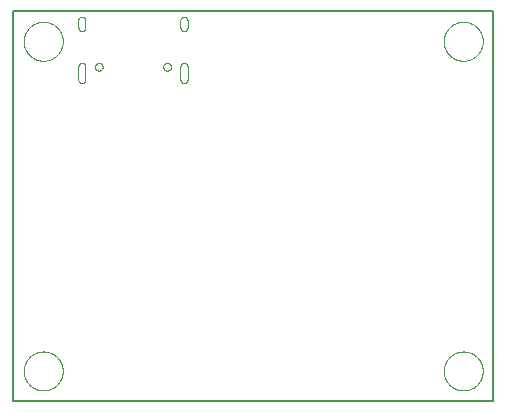
<source format=gko>
G75*
%MOIN*%
%OFA0B0*%
%FSLAX25Y25*%
%IPPOS*%
%LPD*%
%AMOC8*
5,1,8,0,0,1.08239X$1,22.5*
%
%ADD10C,0.00800*%
%ADD11C,0.00600*%
%ADD12C,0.00000*%
%ADD13C,0.00039*%
D10*
X0153333Y0075000D02*
X0153333Y0204900D01*
X0313333Y0204900D01*
D11*
X0313333Y0075000D02*
X0153333Y0075000D01*
X0313333Y0075000D02*
X0313333Y0204900D01*
D12*
X0296833Y0194900D02*
X0296835Y0195061D01*
X0296841Y0195221D01*
X0296851Y0195382D01*
X0296865Y0195542D01*
X0296883Y0195702D01*
X0296904Y0195861D01*
X0296930Y0196020D01*
X0296960Y0196178D01*
X0296993Y0196335D01*
X0297031Y0196492D01*
X0297072Y0196647D01*
X0297117Y0196801D01*
X0297166Y0196954D01*
X0297219Y0197106D01*
X0297275Y0197257D01*
X0297336Y0197406D01*
X0297399Y0197554D01*
X0297467Y0197700D01*
X0297538Y0197844D01*
X0297612Y0197986D01*
X0297690Y0198127D01*
X0297772Y0198265D01*
X0297857Y0198402D01*
X0297945Y0198536D01*
X0298037Y0198668D01*
X0298132Y0198798D01*
X0298230Y0198926D01*
X0298331Y0199051D01*
X0298435Y0199173D01*
X0298542Y0199293D01*
X0298652Y0199410D01*
X0298765Y0199525D01*
X0298881Y0199636D01*
X0299000Y0199745D01*
X0299121Y0199850D01*
X0299245Y0199953D01*
X0299371Y0200053D01*
X0299499Y0200149D01*
X0299630Y0200242D01*
X0299764Y0200332D01*
X0299899Y0200419D01*
X0300037Y0200502D01*
X0300176Y0200582D01*
X0300318Y0200658D01*
X0300461Y0200731D01*
X0300606Y0200800D01*
X0300753Y0200866D01*
X0300901Y0200928D01*
X0301051Y0200986D01*
X0301202Y0201041D01*
X0301355Y0201092D01*
X0301509Y0201139D01*
X0301664Y0201182D01*
X0301820Y0201221D01*
X0301976Y0201257D01*
X0302134Y0201288D01*
X0302292Y0201316D01*
X0302451Y0201340D01*
X0302611Y0201360D01*
X0302771Y0201376D01*
X0302931Y0201388D01*
X0303092Y0201396D01*
X0303253Y0201400D01*
X0303413Y0201400D01*
X0303574Y0201396D01*
X0303735Y0201388D01*
X0303895Y0201376D01*
X0304055Y0201360D01*
X0304215Y0201340D01*
X0304374Y0201316D01*
X0304532Y0201288D01*
X0304690Y0201257D01*
X0304846Y0201221D01*
X0305002Y0201182D01*
X0305157Y0201139D01*
X0305311Y0201092D01*
X0305464Y0201041D01*
X0305615Y0200986D01*
X0305765Y0200928D01*
X0305913Y0200866D01*
X0306060Y0200800D01*
X0306205Y0200731D01*
X0306348Y0200658D01*
X0306490Y0200582D01*
X0306629Y0200502D01*
X0306767Y0200419D01*
X0306902Y0200332D01*
X0307036Y0200242D01*
X0307167Y0200149D01*
X0307295Y0200053D01*
X0307421Y0199953D01*
X0307545Y0199850D01*
X0307666Y0199745D01*
X0307785Y0199636D01*
X0307901Y0199525D01*
X0308014Y0199410D01*
X0308124Y0199293D01*
X0308231Y0199173D01*
X0308335Y0199051D01*
X0308436Y0198926D01*
X0308534Y0198798D01*
X0308629Y0198668D01*
X0308721Y0198536D01*
X0308809Y0198402D01*
X0308894Y0198265D01*
X0308976Y0198127D01*
X0309054Y0197986D01*
X0309128Y0197844D01*
X0309199Y0197700D01*
X0309267Y0197554D01*
X0309330Y0197406D01*
X0309391Y0197257D01*
X0309447Y0197106D01*
X0309500Y0196954D01*
X0309549Y0196801D01*
X0309594Y0196647D01*
X0309635Y0196492D01*
X0309673Y0196335D01*
X0309706Y0196178D01*
X0309736Y0196020D01*
X0309762Y0195861D01*
X0309783Y0195702D01*
X0309801Y0195542D01*
X0309815Y0195382D01*
X0309825Y0195221D01*
X0309831Y0195061D01*
X0309833Y0194900D01*
X0309831Y0194739D01*
X0309825Y0194579D01*
X0309815Y0194418D01*
X0309801Y0194258D01*
X0309783Y0194098D01*
X0309762Y0193939D01*
X0309736Y0193780D01*
X0309706Y0193622D01*
X0309673Y0193465D01*
X0309635Y0193308D01*
X0309594Y0193153D01*
X0309549Y0192999D01*
X0309500Y0192846D01*
X0309447Y0192694D01*
X0309391Y0192543D01*
X0309330Y0192394D01*
X0309267Y0192246D01*
X0309199Y0192100D01*
X0309128Y0191956D01*
X0309054Y0191814D01*
X0308976Y0191673D01*
X0308894Y0191535D01*
X0308809Y0191398D01*
X0308721Y0191264D01*
X0308629Y0191132D01*
X0308534Y0191002D01*
X0308436Y0190874D01*
X0308335Y0190749D01*
X0308231Y0190627D01*
X0308124Y0190507D01*
X0308014Y0190390D01*
X0307901Y0190275D01*
X0307785Y0190164D01*
X0307666Y0190055D01*
X0307545Y0189950D01*
X0307421Y0189847D01*
X0307295Y0189747D01*
X0307167Y0189651D01*
X0307036Y0189558D01*
X0306902Y0189468D01*
X0306767Y0189381D01*
X0306629Y0189298D01*
X0306490Y0189218D01*
X0306348Y0189142D01*
X0306205Y0189069D01*
X0306060Y0189000D01*
X0305913Y0188934D01*
X0305765Y0188872D01*
X0305615Y0188814D01*
X0305464Y0188759D01*
X0305311Y0188708D01*
X0305157Y0188661D01*
X0305002Y0188618D01*
X0304846Y0188579D01*
X0304690Y0188543D01*
X0304532Y0188512D01*
X0304374Y0188484D01*
X0304215Y0188460D01*
X0304055Y0188440D01*
X0303895Y0188424D01*
X0303735Y0188412D01*
X0303574Y0188404D01*
X0303413Y0188400D01*
X0303253Y0188400D01*
X0303092Y0188404D01*
X0302931Y0188412D01*
X0302771Y0188424D01*
X0302611Y0188440D01*
X0302451Y0188460D01*
X0302292Y0188484D01*
X0302134Y0188512D01*
X0301976Y0188543D01*
X0301820Y0188579D01*
X0301664Y0188618D01*
X0301509Y0188661D01*
X0301355Y0188708D01*
X0301202Y0188759D01*
X0301051Y0188814D01*
X0300901Y0188872D01*
X0300753Y0188934D01*
X0300606Y0189000D01*
X0300461Y0189069D01*
X0300318Y0189142D01*
X0300176Y0189218D01*
X0300037Y0189298D01*
X0299899Y0189381D01*
X0299764Y0189468D01*
X0299630Y0189558D01*
X0299499Y0189651D01*
X0299371Y0189747D01*
X0299245Y0189847D01*
X0299121Y0189950D01*
X0299000Y0190055D01*
X0298881Y0190164D01*
X0298765Y0190275D01*
X0298652Y0190390D01*
X0298542Y0190507D01*
X0298435Y0190627D01*
X0298331Y0190749D01*
X0298230Y0190874D01*
X0298132Y0191002D01*
X0298037Y0191132D01*
X0297945Y0191264D01*
X0297857Y0191398D01*
X0297772Y0191535D01*
X0297690Y0191673D01*
X0297612Y0191814D01*
X0297538Y0191956D01*
X0297467Y0192100D01*
X0297399Y0192246D01*
X0297336Y0192394D01*
X0297275Y0192543D01*
X0297219Y0192694D01*
X0297166Y0192846D01*
X0297117Y0192999D01*
X0297072Y0193153D01*
X0297031Y0193308D01*
X0296993Y0193465D01*
X0296960Y0193622D01*
X0296930Y0193780D01*
X0296904Y0193939D01*
X0296883Y0194098D01*
X0296865Y0194258D01*
X0296851Y0194418D01*
X0296841Y0194579D01*
X0296835Y0194739D01*
X0296833Y0194900D01*
X0203331Y0186389D02*
X0203333Y0186460D01*
X0203339Y0186531D01*
X0203349Y0186602D01*
X0203363Y0186671D01*
X0203380Y0186740D01*
X0203402Y0186808D01*
X0203427Y0186875D01*
X0203456Y0186940D01*
X0203488Y0187003D01*
X0203524Y0187065D01*
X0203563Y0187124D01*
X0203606Y0187181D01*
X0203651Y0187236D01*
X0203700Y0187288D01*
X0203751Y0187337D01*
X0203805Y0187383D01*
X0203862Y0187427D01*
X0203920Y0187467D01*
X0203981Y0187503D01*
X0204044Y0187537D01*
X0204109Y0187566D01*
X0204175Y0187592D01*
X0204243Y0187615D01*
X0204311Y0187633D01*
X0204381Y0187648D01*
X0204451Y0187659D01*
X0204522Y0187666D01*
X0204593Y0187669D01*
X0204664Y0187668D01*
X0204735Y0187663D01*
X0204806Y0187654D01*
X0204876Y0187641D01*
X0204945Y0187625D01*
X0205013Y0187604D01*
X0205080Y0187580D01*
X0205146Y0187552D01*
X0205209Y0187520D01*
X0205271Y0187485D01*
X0205331Y0187447D01*
X0205389Y0187405D01*
X0205444Y0187361D01*
X0205497Y0187313D01*
X0205547Y0187262D01*
X0205594Y0187209D01*
X0205638Y0187153D01*
X0205679Y0187095D01*
X0205717Y0187034D01*
X0205751Y0186972D01*
X0205781Y0186907D01*
X0205808Y0186842D01*
X0205832Y0186774D01*
X0205851Y0186706D01*
X0205867Y0186637D01*
X0205879Y0186566D01*
X0205887Y0186496D01*
X0205891Y0186425D01*
X0205891Y0186353D01*
X0205887Y0186282D01*
X0205879Y0186212D01*
X0205867Y0186141D01*
X0205851Y0186072D01*
X0205832Y0186004D01*
X0205808Y0185936D01*
X0205781Y0185871D01*
X0205751Y0185806D01*
X0205717Y0185744D01*
X0205679Y0185683D01*
X0205638Y0185625D01*
X0205594Y0185569D01*
X0205547Y0185516D01*
X0205497Y0185465D01*
X0205444Y0185417D01*
X0205389Y0185373D01*
X0205331Y0185331D01*
X0205271Y0185293D01*
X0205209Y0185258D01*
X0205146Y0185226D01*
X0205080Y0185198D01*
X0205013Y0185174D01*
X0204945Y0185153D01*
X0204876Y0185137D01*
X0204806Y0185124D01*
X0204735Y0185115D01*
X0204664Y0185110D01*
X0204593Y0185109D01*
X0204522Y0185112D01*
X0204451Y0185119D01*
X0204381Y0185130D01*
X0204311Y0185145D01*
X0204243Y0185163D01*
X0204175Y0185186D01*
X0204109Y0185212D01*
X0204044Y0185241D01*
X0203981Y0185275D01*
X0203920Y0185311D01*
X0203862Y0185351D01*
X0203805Y0185395D01*
X0203751Y0185441D01*
X0203700Y0185490D01*
X0203651Y0185542D01*
X0203606Y0185597D01*
X0203563Y0185654D01*
X0203524Y0185713D01*
X0203488Y0185775D01*
X0203456Y0185838D01*
X0203427Y0185903D01*
X0203402Y0185970D01*
X0203380Y0186038D01*
X0203363Y0186107D01*
X0203349Y0186176D01*
X0203339Y0186247D01*
X0203333Y0186318D01*
X0203331Y0186389D01*
X0180575Y0186389D02*
X0180577Y0186460D01*
X0180583Y0186531D01*
X0180593Y0186602D01*
X0180607Y0186671D01*
X0180624Y0186740D01*
X0180646Y0186808D01*
X0180671Y0186875D01*
X0180700Y0186940D01*
X0180732Y0187003D01*
X0180768Y0187065D01*
X0180807Y0187124D01*
X0180850Y0187181D01*
X0180895Y0187236D01*
X0180944Y0187288D01*
X0180995Y0187337D01*
X0181049Y0187383D01*
X0181106Y0187427D01*
X0181164Y0187467D01*
X0181225Y0187503D01*
X0181288Y0187537D01*
X0181353Y0187566D01*
X0181419Y0187592D01*
X0181487Y0187615D01*
X0181555Y0187633D01*
X0181625Y0187648D01*
X0181695Y0187659D01*
X0181766Y0187666D01*
X0181837Y0187669D01*
X0181908Y0187668D01*
X0181979Y0187663D01*
X0182050Y0187654D01*
X0182120Y0187641D01*
X0182189Y0187625D01*
X0182257Y0187604D01*
X0182324Y0187580D01*
X0182390Y0187552D01*
X0182453Y0187520D01*
X0182515Y0187485D01*
X0182575Y0187447D01*
X0182633Y0187405D01*
X0182688Y0187361D01*
X0182741Y0187313D01*
X0182791Y0187262D01*
X0182838Y0187209D01*
X0182882Y0187153D01*
X0182923Y0187095D01*
X0182961Y0187034D01*
X0182995Y0186972D01*
X0183025Y0186907D01*
X0183052Y0186842D01*
X0183076Y0186774D01*
X0183095Y0186706D01*
X0183111Y0186637D01*
X0183123Y0186566D01*
X0183131Y0186496D01*
X0183135Y0186425D01*
X0183135Y0186353D01*
X0183131Y0186282D01*
X0183123Y0186212D01*
X0183111Y0186141D01*
X0183095Y0186072D01*
X0183076Y0186004D01*
X0183052Y0185936D01*
X0183025Y0185871D01*
X0182995Y0185806D01*
X0182961Y0185744D01*
X0182923Y0185683D01*
X0182882Y0185625D01*
X0182838Y0185569D01*
X0182791Y0185516D01*
X0182741Y0185465D01*
X0182688Y0185417D01*
X0182633Y0185373D01*
X0182575Y0185331D01*
X0182515Y0185293D01*
X0182453Y0185258D01*
X0182390Y0185226D01*
X0182324Y0185198D01*
X0182257Y0185174D01*
X0182189Y0185153D01*
X0182120Y0185137D01*
X0182050Y0185124D01*
X0181979Y0185115D01*
X0181908Y0185110D01*
X0181837Y0185109D01*
X0181766Y0185112D01*
X0181695Y0185119D01*
X0181625Y0185130D01*
X0181555Y0185145D01*
X0181487Y0185163D01*
X0181419Y0185186D01*
X0181353Y0185212D01*
X0181288Y0185241D01*
X0181225Y0185275D01*
X0181164Y0185311D01*
X0181106Y0185351D01*
X0181049Y0185395D01*
X0180995Y0185441D01*
X0180944Y0185490D01*
X0180895Y0185542D01*
X0180850Y0185597D01*
X0180807Y0185654D01*
X0180768Y0185713D01*
X0180732Y0185775D01*
X0180700Y0185838D01*
X0180671Y0185903D01*
X0180646Y0185970D01*
X0180624Y0186038D01*
X0180607Y0186107D01*
X0180593Y0186176D01*
X0180583Y0186247D01*
X0180577Y0186318D01*
X0180575Y0186389D01*
X0156833Y0194900D02*
X0156835Y0195061D01*
X0156841Y0195221D01*
X0156851Y0195382D01*
X0156865Y0195542D01*
X0156883Y0195702D01*
X0156904Y0195861D01*
X0156930Y0196020D01*
X0156960Y0196178D01*
X0156993Y0196335D01*
X0157031Y0196492D01*
X0157072Y0196647D01*
X0157117Y0196801D01*
X0157166Y0196954D01*
X0157219Y0197106D01*
X0157275Y0197257D01*
X0157336Y0197406D01*
X0157399Y0197554D01*
X0157467Y0197700D01*
X0157538Y0197844D01*
X0157612Y0197986D01*
X0157690Y0198127D01*
X0157772Y0198265D01*
X0157857Y0198402D01*
X0157945Y0198536D01*
X0158037Y0198668D01*
X0158132Y0198798D01*
X0158230Y0198926D01*
X0158331Y0199051D01*
X0158435Y0199173D01*
X0158542Y0199293D01*
X0158652Y0199410D01*
X0158765Y0199525D01*
X0158881Y0199636D01*
X0159000Y0199745D01*
X0159121Y0199850D01*
X0159245Y0199953D01*
X0159371Y0200053D01*
X0159499Y0200149D01*
X0159630Y0200242D01*
X0159764Y0200332D01*
X0159899Y0200419D01*
X0160037Y0200502D01*
X0160176Y0200582D01*
X0160318Y0200658D01*
X0160461Y0200731D01*
X0160606Y0200800D01*
X0160753Y0200866D01*
X0160901Y0200928D01*
X0161051Y0200986D01*
X0161202Y0201041D01*
X0161355Y0201092D01*
X0161509Y0201139D01*
X0161664Y0201182D01*
X0161820Y0201221D01*
X0161976Y0201257D01*
X0162134Y0201288D01*
X0162292Y0201316D01*
X0162451Y0201340D01*
X0162611Y0201360D01*
X0162771Y0201376D01*
X0162931Y0201388D01*
X0163092Y0201396D01*
X0163253Y0201400D01*
X0163413Y0201400D01*
X0163574Y0201396D01*
X0163735Y0201388D01*
X0163895Y0201376D01*
X0164055Y0201360D01*
X0164215Y0201340D01*
X0164374Y0201316D01*
X0164532Y0201288D01*
X0164690Y0201257D01*
X0164846Y0201221D01*
X0165002Y0201182D01*
X0165157Y0201139D01*
X0165311Y0201092D01*
X0165464Y0201041D01*
X0165615Y0200986D01*
X0165765Y0200928D01*
X0165913Y0200866D01*
X0166060Y0200800D01*
X0166205Y0200731D01*
X0166348Y0200658D01*
X0166490Y0200582D01*
X0166629Y0200502D01*
X0166767Y0200419D01*
X0166902Y0200332D01*
X0167036Y0200242D01*
X0167167Y0200149D01*
X0167295Y0200053D01*
X0167421Y0199953D01*
X0167545Y0199850D01*
X0167666Y0199745D01*
X0167785Y0199636D01*
X0167901Y0199525D01*
X0168014Y0199410D01*
X0168124Y0199293D01*
X0168231Y0199173D01*
X0168335Y0199051D01*
X0168436Y0198926D01*
X0168534Y0198798D01*
X0168629Y0198668D01*
X0168721Y0198536D01*
X0168809Y0198402D01*
X0168894Y0198265D01*
X0168976Y0198127D01*
X0169054Y0197986D01*
X0169128Y0197844D01*
X0169199Y0197700D01*
X0169267Y0197554D01*
X0169330Y0197406D01*
X0169391Y0197257D01*
X0169447Y0197106D01*
X0169500Y0196954D01*
X0169549Y0196801D01*
X0169594Y0196647D01*
X0169635Y0196492D01*
X0169673Y0196335D01*
X0169706Y0196178D01*
X0169736Y0196020D01*
X0169762Y0195861D01*
X0169783Y0195702D01*
X0169801Y0195542D01*
X0169815Y0195382D01*
X0169825Y0195221D01*
X0169831Y0195061D01*
X0169833Y0194900D01*
X0169831Y0194739D01*
X0169825Y0194579D01*
X0169815Y0194418D01*
X0169801Y0194258D01*
X0169783Y0194098D01*
X0169762Y0193939D01*
X0169736Y0193780D01*
X0169706Y0193622D01*
X0169673Y0193465D01*
X0169635Y0193308D01*
X0169594Y0193153D01*
X0169549Y0192999D01*
X0169500Y0192846D01*
X0169447Y0192694D01*
X0169391Y0192543D01*
X0169330Y0192394D01*
X0169267Y0192246D01*
X0169199Y0192100D01*
X0169128Y0191956D01*
X0169054Y0191814D01*
X0168976Y0191673D01*
X0168894Y0191535D01*
X0168809Y0191398D01*
X0168721Y0191264D01*
X0168629Y0191132D01*
X0168534Y0191002D01*
X0168436Y0190874D01*
X0168335Y0190749D01*
X0168231Y0190627D01*
X0168124Y0190507D01*
X0168014Y0190390D01*
X0167901Y0190275D01*
X0167785Y0190164D01*
X0167666Y0190055D01*
X0167545Y0189950D01*
X0167421Y0189847D01*
X0167295Y0189747D01*
X0167167Y0189651D01*
X0167036Y0189558D01*
X0166902Y0189468D01*
X0166767Y0189381D01*
X0166629Y0189298D01*
X0166490Y0189218D01*
X0166348Y0189142D01*
X0166205Y0189069D01*
X0166060Y0189000D01*
X0165913Y0188934D01*
X0165765Y0188872D01*
X0165615Y0188814D01*
X0165464Y0188759D01*
X0165311Y0188708D01*
X0165157Y0188661D01*
X0165002Y0188618D01*
X0164846Y0188579D01*
X0164690Y0188543D01*
X0164532Y0188512D01*
X0164374Y0188484D01*
X0164215Y0188460D01*
X0164055Y0188440D01*
X0163895Y0188424D01*
X0163735Y0188412D01*
X0163574Y0188404D01*
X0163413Y0188400D01*
X0163253Y0188400D01*
X0163092Y0188404D01*
X0162931Y0188412D01*
X0162771Y0188424D01*
X0162611Y0188440D01*
X0162451Y0188460D01*
X0162292Y0188484D01*
X0162134Y0188512D01*
X0161976Y0188543D01*
X0161820Y0188579D01*
X0161664Y0188618D01*
X0161509Y0188661D01*
X0161355Y0188708D01*
X0161202Y0188759D01*
X0161051Y0188814D01*
X0160901Y0188872D01*
X0160753Y0188934D01*
X0160606Y0189000D01*
X0160461Y0189069D01*
X0160318Y0189142D01*
X0160176Y0189218D01*
X0160037Y0189298D01*
X0159899Y0189381D01*
X0159764Y0189468D01*
X0159630Y0189558D01*
X0159499Y0189651D01*
X0159371Y0189747D01*
X0159245Y0189847D01*
X0159121Y0189950D01*
X0159000Y0190055D01*
X0158881Y0190164D01*
X0158765Y0190275D01*
X0158652Y0190390D01*
X0158542Y0190507D01*
X0158435Y0190627D01*
X0158331Y0190749D01*
X0158230Y0190874D01*
X0158132Y0191002D01*
X0158037Y0191132D01*
X0157945Y0191264D01*
X0157857Y0191398D01*
X0157772Y0191535D01*
X0157690Y0191673D01*
X0157612Y0191814D01*
X0157538Y0191956D01*
X0157467Y0192100D01*
X0157399Y0192246D01*
X0157336Y0192394D01*
X0157275Y0192543D01*
X0157219Y0192694D01*
X0157166Y0192846D01*
X0157117Y0192999D01*
X0157072Y0193153D01*
X0157031Y0193308D01*
X0156993Y0193465D01*
X0156960Y0193622D01*
X0156930Y0193780D01*
X0156904Y0193939D01*
X0156883Y0194098D01*
X0156865Y0194258D01*
X0156851Y0194418D01*
X0156841Y0194579D01*
X0156835Y0194739D01*
X0156833Y0194900D01*
X0156833Y0085000D02*
X0156835Y0085161D01*
X0156841Y0085321D01*
X0156851Y0085482D01*
X0156865Y0085642D01*
X0156883Y0085802D01*
X0156904Y0085961D01*
X0156930Y0086120D01*
X0156960Y0086278D01*
X0156993Y0086435D01*
X0157031Y0086592D01*
X0157072Y0086747D01*
X0157117Y0086901D01*
X0157166Y0087054D01*
X0157219Y0087206D01*
X0157275Y0087357D01*
X0157336Y0087506D01*
X0157399Y0087654D01*
X0157467Y0087800D01*
X0157538Y0087944D01*
X0157612Y0088086D01*
X0157690Y0088227D01*
X0157772Y0088365D01*
X0157857Y0088502D01*
X0157945Y0088636D01*
X0158037Y0088768D01*
X0158132Y0088898D01*
X0158230Y0089026D01*
X0158331Y0089151D01*
X0158435Y0089273D01*
X0158542Y0089393D01*
X0158652Y0089510D01*
X0158765Y0089625D01*
X0158881Y0089736D01*
X0159000Y0089845D01*
X0159121Y0089950D01*
X0159245Y0090053D01*
X0159371Y0090153D01*
X0159499Y0090249D01*
X0159630Y0090342D01*
X0159764Y0090432D01*
X0159899Y0090519D01*
X0160037Y0090602D01*
X0160176Y0090682D01*
X0160318Y0090758D01*
X0160461Y0090831D01*
X0160606Y0090900D01*
X0160753Y0090966D01*
X0160901Y0091028D01*
X0161051Y0091086D01*
X0161202Y0091141D01*
X0161355Y0091192D01*
X0161509Y0091239D01*
X0161664Y0091282D01*
X0161820Y0091321D01*
X0161976Y0091357D01*
X0162134Y0091388D01*
X0162292Y0091416D01*
X0162451Y0091440D01*
X0162611Y0091460D01*
X0162771Y0091476D01*
X0162931Y0091488D01*
X0163092Y0091496D01*
X0163253Y0091500D01*
X0163413Y0091500D01*
X0163574Y0091496D01*
X0163735Y0091488D01*
X0163895Y0091476D01*
X0164055Y0091460D01*
X0164215Y0091440D01*
X0164374Y0091416D01*
X0164532Y0091388D01*
X0164690Y0091357D01*
X0164846Y0091321D01*
X0165002Y0091282D01*
X0165157Y0091239D01*
X0165311Y0091192D01*
X0165464Y0091141D01*
X0165615Y0091086D01*
X0165765Y0091028D01*
X0165913Y0090966D01*
X0166060Y0090900D01*
X0166205Y0090831D01*
X0166348Y0090758D01*
X0166490Y0090682D01*
X0166629Y0090602D01*
X0166767Y0090519D01*
X0166902Y0090432D01*
X0167036Y0090342D01*
X0167167Y0090249D01*
X0167295Y0090153D01*
X0167421Y0090053D01*
X0167545Y0089950D01*
X0167666Y0089845D01*
X0167785Y0089736D01*
X0167901Y0089625D01*
X0168014Y0089510D01*
X0168124Y0089393D01*
X0168231Y0089273D01*
X0168335Y0089151D01*
X0168436Y0089026D01*
X0168534Y0088898D01*
X0168629Y0088768D01*
X0168721Y0088636D01*
X0168809Y0088502D01*
X0168894Y0088365D01*
X0168976Y0088227D01*
X0169054Y0088086D01*
X0169128Y0087944D01*
X0169199Y0087800D01*
X0169267Y0087654D01*
X0169330Y0087506D01*
X0169391Y0087357D01*
X0169447Y0087206D01*
X0169500Y0087054D01*
X0169549Y0086901D01*
X0169594Y0086747D01*
X0169635Y0086592D01*
X0169673Y0086435D01*
X0169706Y0086278D01*
X0169736Y0086120D01*
X0169762Y0085961D01*
X0169783Y0085802D01*
X0169801Y0085642D01*
X0169815Y0085482D01*
X0169825Y0085321D01*
X0169831Y0085161D01*
X0169833Y0085000D01*
X0169831Y0084839D01*
X0169825Y0084679D01*
X0169815Y0084518D01*
X0169801Y0084358D01*
X0169783Y0084198D01*
X0169762Y0084039D01*
X0169736Y0083880D01*
X0169706Y0083722D01*
X0169673Y0083565D01*
X0169635Y0083408D01*
X0169594Y0083253D01*
X0169549Y0083099D01*
X0169500Y0082946D01*
X0169447Y0082794D01*
X0169391Y0082643D01*
X0169330Y0082494D01*
X0169267Y0082346D01*
X0169199Y0082200D01*
X0169128Y0082056D01*
X0169054Y0081914D01*
X0168976Y0081773D01*
X0168894Y0081635D01*
X0168809Y0081498D01*
X0168721Y0081364D01*
X0168629Y0081232D01*
X0168534Y0081102D01*
X0168436Y0080974D01*
X0168335Y0080849D01*
X0168231Y0080727D01*
X0168124Y0080607D01*
X0168014Y0080490D01*
X0167901Y0080375D01*
X0167785Y0080264D01*
X0167666Y0080155D01*
X0167545Y0080050D01*
X0167421Y0079947D01*
X0167295Y0079847D01*
X0167167Y0079751D01*
X0167036Y0079658D01*
X0166902Y0079568D01*
X0166767Y0079481D01*
X0166629Y0079398D01*
X0166490Y0079318D01*
X0166348Y0079242D01*
X0166205Y0079169D01*
X0166060Y0079100D01*
X0165913Y0079034D01*
X0165765Y0078972D01*
X0165615Y0078914D01*
X0165464Y0078859D01*
X0165311Y0078808D01*
X0165157Y0078761D01*
X0165002Y0078718D01*
X0164846Y0078679D01*
X0164690Y0078643D01*
X0164532Y0078612D01*
X0164374Y0078584D01*
X0164215Y0078560D01*
X0164055Y0078540D01*
X0163895Y0078524D01*
X0163735Y0078512D01*
X0163574Y0078504D01*
X0163413Y0078500D01*
X0163253Y0078500D01*
X0163092Y0078504D01*
X0162931Y0078512D01*
X0162771Y0078524D01*
X0162611Y0078540D01*
X0162451Y0078560D01*
X0162292Y0078584D01*
X0162134Y0078612D01*
X0161976Y0078643D01*
X0161820Y0078679D01*
X0161664Y0078718D01*
X0161509Y0078761D01*
X0161355Y0078808D01*
X0161202Y0078859D01*
X0161051Y0078914D01*
X0160901Y0078972D01*
X0160753Y0079034D01*
X0160606Y0079100D01*
X0160461Y0079169D01*
X0160318Y0079242D01*
X0160176Y0079318D01*
X0160037Y0079398D01*
X0159899Y0079481D01*
X0159764Y0079568D01*
X0159630Y0079658D01*
X0159499Y0079751D01*
X0159371Y0079847D01*
X0159245Y0079947D01*
X0159121Y0080050D01*
X0159000Y0080155D01*
X0158881Y0080264D01*
X0158765Y0080375D01*
X0158652Y0080490D01*
X0158542Y0080607D01*
X0158435Y0080727D01*
X0158331Y0080849D01*
X0158230Y0080974D01*
X0158132Y0081102D01*
X0158037Y0081232D01*
X0157945Y0081364D01*
X0157857Y0081498D01*
X0157772Y0081635D01*
X0157690Y0081773D01*
X0157612Y0081914D01*
X0157538Y0082056D01*
X0157467Y0082200D01*
X0157399Y0082346D01*
X0157336Y0082494D01*
X0157275Y0082643D01*
X0157219Y0082794D01*
X0157166Y0082946D01*
X0157117Y0083099D01*
X0157072Y0083253D01*
X0157031Y0083408D01*
X0156993Y0083565D01*
X0156960Y0083722D01*
X0156930Y0083880D01*
X0156904Y0084039D01*
X0156883Y0084198D01*
X0156865Y0084358D01*
X0156851Y0084518D01*
X0156841Y0084679D01*
X0156835Y0084839D01*
X0156833Y0085000D01*
X0296833Y0085000D02*
X0296835Y0085161D01*
X0296841Y0085321D01*
X0296851Y0085482D01*
X0296865Y0085642D01*
X0296883Y0085802D01*
X0296904Y0085961D01*
X0296930Y0086120D01*
X0296960Y0086278D01*
X0296993Y0086435D01*
X0297031Y0086592D01*
X0297072Y0086747D01*
X0297117Y0086901D01*
X0297166Y0087054D01*
X0297219Y0087206D01*
X0297275Y0087357D01*
X0297336Y0087506D01*
X0297399Y0087654D01*
X0297467Y0087800D01*
X0297538Y0087944D01*
X0297612Y0088086D01*
X0297690Y0088227D01*
X0297772Y0088365D01*
X0297857Y0088502D01*
X0297945Y0088636D01*
X0298037Y0088768D01*
X0298132Y0088898D01*
X0298230Y0089026D01*
X0298331Y0089151D01*
X0298435Y0089273D01*
X0298542Y0089393D01*
X0298652Y0089510D01*
X0298765Y0089625D01*
X0298881Y0089736D01*
X0299000Y0089845D01*
X0299121Y0089950D01*
X0299245Y0090053D01*
X0299371Y0090153D01*
X0299499Y0090249D01*
X0299630Y0090342D01*
X0299764Y0090432D01*
X0299899Y0090519D01*
X0300037Y0090602D01*
X0300176Y0090682D01*
X0300318Y0090758D01*
X0300461Y0090831D01*
X0300606Y0090900D01*
X0300753Y0090966D01*
X0300901Y0091028D01*
X0301051Y0091086D01*
X0301202Y0091141D01*
X0301355Y0091192D01*
X0301509Y0091239D01*
X0301664Y0091282D01*
X0301820Y0091321D01*
X0301976Y0091357D01*
X0302134Y0091388D01*
X0302292Y0091416D01*
X0302451Y0091440D01*
X0302611Y0091460D01*
X0302771Y0091476D01*
X0302931Y0091488D01*
X0303092Y0091496D01*
X0303253Y0091500D01*
X0303413Y0091500D01*
X0303574Y0091496D01*
X0303735Y0091488D01*
X0303895Y0091476D01*
X0304055Y0091460D01*
X0304215Y0091440D01*
X0304374Y0091416D01*
X0304532Y0091388D01*
X0304690Y0091357D01*
X0304846Y0091321D01*
X0305002Y0091282D01*
X0305157Y0091239D01*
X0305311Y0091192D01*
X0305464Y0091141D01*
X0305615Y0091086D01*
X0305765Y0091028D01*
X0305913Y0090966D01*
X0306060Y0090900D01*
X0306205Y0090831D01*
X0306348Y0090758D01*
X0306490Y0090682D01*
X0306629Y0090602D01*
X0306767Y0090519D01*
X0306902Y0090432D01*
X0307036Y0090342D01*
X0307167Y0090249D01*
X0307295Y0090153D01*
X0307421Y0090053D01*
X0307545Y0089950D01*
X0307666Y0089845D01*
X0307785Y0089736D01*
X0307901Y0089625D01*
X0308014Y0089510D01*
X0308124Y0089393D01*
X0308231Y0089273D01*
X0308335Y0089151D01*
X0308436Y0089026D01*
X0308534Y0088898D01*
X0308629Y0088768D01*
X0308721Y0088636D01*
X0308809Y0088502D01*
X0308894Y0088365D01*
X0308976Y0088227D01*
X0309054Y0088086D01*
X0309128Y0087944D01*
X0309199Y0087800D01*
X0309267Y0087654D01*
X0309330Y0087506D01*
X0309391Y0087357D01*
X0309447Y0087206D01*
X0309500Y0087054D01*
X0309549Y0086901D01*
X0309594Y0086747D01*
X0309635Y0086592D01*
X0309673Y0086435D01*
X0309706Y0086278D01*
X0309736Y0086120D01*
X0309762Y0085961D01*
X0309783Y0085802D01*
X0309801Y0085642D01*
X0309815Y0085482D01*
X0309825Y0085321D01*
X0309831Y0085161D01*
X0309833Y0085000D01*
X0309831Y0084839D01*
X0309825Y0084679D01*
X0309815Y0084518D01*
X0309801Y0084358D01*
X0309783Y0084198D01*
X0309762Y0084039D01*
X0309736Y0083880D01*
X0309706Y0083722D01*
X0309673Y0083565D01*
X0309635Y0083408D01*
X0309594Y0083253D01*
X0309549Y0083099D01*
X0309500Y0082946D01*
X0309447Y0082794D01*
X0309391Y0082643D01*
X0309330Y0082494D01*
X0309267Y0082346D01*
X0309199Y0082200D01*
X0309128Y0082056D01*
X0309054Y0081914D01*
X0308976Y0081773D01*
X0308894Y0081635D01*
X0308809Y0081498D01*
X0308721Y0081364D01*
X0308629Y0081232D01*
X0308534Y0081102D01*
X0308436Y0080974D01*
X0308335Y0080849D01*
X0308231Y0080727D01*
X0308124Y0080607D01*
X0308014Y0080490D01*
X0307901Y0080375D01*
X0307785Y0080264D01*
X0307666Y0080155D01*
X0307545Y0080050D01*
X0307421Y0079947D01*
X0307295Y0079847D01*
X0307167Y0079751D01*
X0307036Y0079658D01*
X0306902Y0079568D01*
X0306767Y0079481D01*
X0306629Y0079398D01*
X0306490Y0079318D01*
X0306348Y0079242D01*
X0306205Y0079169D01*
X0306060Y0079100D01*
X0305913Y0079034D01*
X0305765Y0078972D01*
X0305615Y0078914D01*
X0305464Y0078859D01*
X0305311Y0078808D01*
X0305157Y0078761D01*
X0305002Y0078718D01*
X0304846Y0078679D01*
X0304690Y0078643D01*
X0304532Y0078612D01*
X0304374Y0078584D01*
X0304215Y0078560D01*
X0304055Y0078540D01*
X0303895Y0078524D01*
X0303735Y0078512D01*
X0303574Y0078504D01*
X0303413Y0078500D01*
X0303253Y0078500D01*
X0303092Y0078504D01*
X0302931Y0078512D01*
X0302771Y0078524D01*
X0302611Y0078540D01*
X0302451Y0078560D01*
X0302292Y0078584D01*
X0302134Y0078612D01*
X0301976Y0078643D01*
X0301820Y0078679D01*
X0301664Y0078718D01*
X0301509Y0078761D01*
X0301355Y0078808D01*
X0301202Y0078859D01*
X0301051Y0078914D01*
X0300901Y0078972D01*
X0300753Y0079034D01*
X0300606Y0079100D01*
X0300461Y0079169D01*
X0300318Y0079242D01*
X0300176Y0079318D01*
X0300037Y0079398D01*
X0299899Y0079481D01*
X0299764Y0079568D01*
X0299630Y0079658D01*
X0299499Y0079751D01*
X0299371Y0079847D01*
X0299245Y0079947D01*
X0299121Y0080050D01*
X0299000Y0080155D01*
X0298881Y0080264D01*
X0298765Y0080375D01*
X0298652Y0080490D01*
X0298542Y0080607D01*
X0298435Y0080727D01*
X0298331Y0080849D01*
X0298230Y0080974D01*
X0298132Y0081102D01*
X0298037Y0081232D01*
X0297945Y0081364D01*
X0297857Y0081498D01*
X0297772Y0081635D01*
X0297690Y0081773D01*
X0297612Y0081914D01*
X0297538Y0082056D01*
X0297467Y0082200D01*
X0297399Y0082346D01*
X0297336Y0082494D01*
X0297275Y0082643D01*
X0297219Y0082794D01*
X0297166Y0082946D01*
X0297117Y0083099D01*
X0297072Y0083253D01*
X0297031Y0083408D01*
X0296993Y0083565D01*
X0296960Y0083722D01*
X0296930Y0083880D01*
X0296904Y0084039D01*
X0296883Y0084198D01*
X0296865Y0084358D01*
X0296851Y0084518D01*
X0296841Y0084679D01*
X0296835Y0084839D01*
X0296833Y0085000D01*
D13*
X0211422Y0182137D02*
X0211422Y0186468D01*
X0211420Y0186535D01*
X0211414Y0186603D01*
X0211405Y0186669D01*
X0211391Y0186735D01*
X0211374Y0186801D01*
X0211353Y0186865D01*
X0211329Y0186928D01*
X0211301Y0186989D01*
X0211269Y0187049D01*
X0211235Y0187106D01*
X0211196Y0187162D01*
X0211155Y0187216D01*
X0211111Y0187267D01*
X0211064Y0187315D01*
X0211014Y0187361D01*
X0210962Y0187403D01*
X0210908Y0187443D01*
X0210851Y0187479D01*
X0210792Y0187513D01*
X0210732Y0187542D01*
X0210669Y0187569D01*
X0210606Y0187591D01*
X0210541Y0187610D01*
X0210476Y0187625D01*
X0210409Y0187637D01*
X0210342Y0187645D01*
X0210275Y0187649D01*
X0210207Y0187649D01*
X0210140Y0187645D01*
X0210073Y0187637D01*
X0210006Y0187625D01*
X0209941Y0187610D01*
X0209876Y0187591D01*
X0209813Y0187569D01*
X0209750Y0187542D01*
X0209690Y0187513D01*
X0209631Y0187479D01*
X0209574Y0187443D01*
X0209520Y0187403D01*
X0209468Y0187361D01*
X0209418Y0187315D01*
X0209371Y0187267D01*
X0209327Y0187216D01*
X0209286Y0187162D01*
X0209247Y0187106D01*
X0209213Y0187049D01*
X0209181Y0186989D01*
X0209153Y0186928D01*
X0209129Y0186865D01*
X0209108Y0186801D01*
X0209091Y0186735D01*
X0209077Y0186669D01*
X0209068Y0186603D01*
X0209062Y0186535D01*
X0209060Y0186468D01*
X0209060Y0182137D01*
X0209062Y0182070D01*
X0209068Y0182002D01*
X0209077Y0181936D01*
X0209091Y0181870D01*
X0209108Y0181804D01*
X0209129Y0181740D01*
X0209153Y0181677D01*
X0209181Y0181616D01*
X0209213Y0181556D01*
X0209247Y0181499D01*
X0209286Y0181443D01*
X0209327Y0181389D01*
X0209371Y0181338D01*
X0209418Y0181290D01*
X0209468Y0181244D01*
X0209520Y0181202D01*
X0209574Y0181162D01*
X0209631Y0181126D01*
X0209690Y0181092D01*
X0209750Y0181063D01*
X0209813Y0181036D01*
X0209876Y0181014D01*
X0209941Y0180995D01*
X0210006Y0180980D01*
X0210073Y0180968D01*
X0210140Y0180960D01*
X0210207Y0180956D01*
X0210275Y0180956D01*
X0210342Y0180960D01*
X0210409Y0180968D01*
X0210476Y0180980D01*
X0210541Y0180995D01*
X0210606Y0181014D01*
X0210669Y0181036D01*
X0210732Y0181063D01*
X0210792Y0181092D01*
X0210851Y0181126D01*
X0210908Y0181162D01*
X0210962Y0181202D01*
X0211014Y0181244D01*
X0211064Y0181290D01*
X0211111Y0181338D01*
X0211155Y0181389D01*
X0211196Y0181443D01*
X0211235Y0181499D01*
X0211269Y0181556D01*
X0211301Y0181616D01*
X0211329Y0181677D01*
X0211353Y0181740D01*
X0211374Y0181804D01*
X0211391Y0181870D01*
X0211405Y0181936D01*
X0211414Y0182002D01*
X0211420Y0182070D01*
X0211422Y0182137D01*
X0211422Y0199519D02*
X0211422Y0201960D01*
X0211420Y0202027D01*
X0211414Y0202095D01*
X0211405Y0202161D01*
X0211391Y0202227D01*
X0211374Y0202293D01*
X0211353Y0202357D01*
X0211329Y0202420D01*
X0211301Y0202481D01*
X0211269Y0202541D01*
X0211235Y0202598D01*
X0211196Y0202654D01*
X0211155Y0202708D01*
X0211111Y0202759D01*
X0211064Y0202807D01*
X0211014Y0202853D01*
X0210962Y0202895D01*
X0210908Y0202935D01*
X0210851Y0202971D01*
X0210792Y0203005D01*
X0210732Y0203034D01*
X0210669Y0203061D01*
X0210606Y0203083D01*
X0210541Y0203102D01*
X0210476Y0203117D01*
X0210409Y0203129D01*
X0210342Y0203137D01*
X0210275Y0203141D01*
X0210207Y0203141D01*
X0210140Y0203137D01*
X0210073Y0203129D01*
X0210006Y0203117D01*
X0209941Y0203102D01*
X0209876Y0203083D01*
X0209813Y0203061D01*
X0209750Y0203034D01*
X0209690Y0203005D01*
X0209631Y0202971D01*
X0209574Y0202935D01*
X0209520Y0202895D01*
X0209468Y0202853D01*
X0209418Y0202807D01*
X0209371Y0202759D01*
X0209327Y0202708D01*
X0209286Y0202654D01*
X0209247Y0202598D01*
X0209213Y0202541D01*
X0209181Y0202481D01*
X0209153Y0202420D01*
X0209129Y0202357D01*
X0209108Y0202293D01*
X0209091Y0202227D01*
X0209077Y0202161D01*
X0209068Y0202095D01*
X0209062Y0202027D01*
X0209060Y0201960D01*
X0209060Y0199519D01*
X0209062Y0199452D01*
X0209068Y0199384D01*
X0209077Y0199318D01*
X0209091Y0199252D01*
X0209108Y0199186D01*
X0209129Y0199122D01*
X0209153Y0199059D01*
X0209181Y0198998D01*
X0209213Y0198938D01*
X0209247Y0198881D01*
X0209286Y0198825D01*
X0209327Y0198771D01*
X0209371Y0198720D01*
X0209418Y0198672D01*
X0209468Y0198626D01*
X0209520Y0198584D01*
X0209574Y0198544D01*
X0209631Y0198508D01*
X0209690Y0198474D01*
X0209750Y0198445D01*
X0209813Y0198418D01*
X0209876Y0198396D01*
X0209941Y0198377D01*
X0210006Y0198362D01*
X0210073Y0198350D01*
X0210140Y0198342D01*
X0210207Y0198338D01*
X0210275Y0198338D01*
X0210342Y0198342D01*
X0210409Y0198350D01*
X0210476Y0198362D01*
X0210541Y0198377D01*
X0210606Y0198396D01*
X0210669Y0198418D01*
X0210732Y0198445D01*
X0210792Y0198474D01*
X0210851Y0198508D01*
X0210908Y0198544D01*
X0210962Y0198584D01*
X0211014Y0198626D01*
X0211064Y0198672D01*
X0211111Y0198720D01*
X0211155Y0198771D01*
X0211196Y0198825D01*
X0211235Y0198881D01*
X0211269Y0198938D01*
X0211301Y0198998D01*
X0211329Y0199059D01*
X0211353Y0199122D01*
X0211374Y0199186D01*
X0211391Y0199252D01*
X0211405Y0199318D01*
X0211414Y0199384D01*
X0211420Y0199452D01*
X0211422Y0199519D01*
X0177407Y0199519D02*
X0177407Y0201960D01*
X0177406Y0201960D02*
X0177404Y0202027D01*
X0177398Y0202095D01*
X0177389Y0202161D01*
X0177375Y0202227D01*
X0177358Y0202293D01*
X0177337Y0202357D01*
X0177313Y0202420D01*
X0177285Y0202481D01*
X0177253Y0202541D01*
X0177219Y0202598D01*
X0177180Y0202654D01*
X0177139Y0202708D01*
X0177095Y0202759D01*
X0177048Y0202807D01*
X0176998Y0202853D01*
X0176946Y0202895D01*
X0176892Y0202935D01*
X0176835Y0202971D01*
X0176776Y0203005D01*
X0176716Y0203034D01*
X0176653Y0203061D01*
X0176590Y0203083D01*
X0176525Y0203102D01*
X0176460Y0203117D01*
X0176393Y0203129D01*
X0176326Y0203137D01*
X0176259Y0203141D01*
X0176191Y0203141D01*
X0176124Y0203137D01*
X0176057Y0203129D01*
X0175990Y0203117D01*
X0175925Y0203102D01*
X0175860Y0203083D01*
X0175797Y0203061D01*
X0175734Y0203034D01*
X0175674Y0203005D01*
X0175615Y0202971D01*
X0175558Y0202935D01*
X0175504Y0202895D01*
X0175452Y0202853D01*
X0175402Y0202807D01*
X0175355Y0202759D01*
X0175311Y0202708D01*
X0175270Y0202654D01*
X0175231Y0202598D01*
X0175197Y0202541D01*
X0175165Y0202481D01*
X0175137Y0202420D01*
X0175113Y0202357D01*
X0175092Y0202293D01*
X0175075Y0202227D01*
X0175061Y0202161D01*
X0175052Y0202095D01*
X0175046Y0202027D01*
X0175044Y0201960D01*
X0175044Y0199519D01*
X0175046Y0199452D01*
X0175052Y0199384D01*
X0175061Y0199318D01*
X0175075Y0199252D01*
X0175092Y0199186D01*
X0175113Y0199122D01*
X0175137Y0199059D01*
X0175165Y0198998D01*
X0175197Y0198938D01*
X0175231Y0198881D01*
X0175270Y0198825D01*
X0175311Y0198771D01*
X0175355Y0198720D01*
X0175402Y0198672D01*
X0175452Y0198626D01*
X0175504Y0198584D01*
X0175558Y0198544D01*
X0175615Y0198508D01*
X0175674Y0198474D01*
X0175734Y0198445D01*
X0175797Y0198418D01*
X0175860Y0198396D01*
X0175925Y0198377D01*
X0175990Y0198362D01*
X0176057Y0198350D01*
X0176124Y0198342D01*
X0176191Y0198338D01*
X0176259Y0198338D01*
X0176326Y0198342D01*
X0176393Y0198350D01*
X0176460Y0198362D01*
X0176525Y0198377D01*
X0176590Y0198396D01*
X0176653Y0198418D01*
X0176716Y0198445D01*
X0176776Y0198474D01*
X0176835Y0198508D01*
X0176892Y0198544D01*
X0176946Y0198584D01*
X0176998Y0198626D01*
X0177048Y0198672D01*
X0177095Y0198720D01*
X0177139Y0198771D01*
X0177180Y0198825D01*
X0177219Y0198881D01*
X0177253Y0198938D01*
X0177285Y0198998D01*
X0177313Y0199059D01*
X0177337Y0199122D01*
X0177358Y0199186D01*
X0177375Y0199252D01*
X0177389Y0199318D01*
X0177398Y0199384D01*
X0177404Y0199452D01*
X0177406Y0199519D01*
X0177407Y0186468D02*
X0177407Y0182137D01*
X0177406Y0182137D02*
X0177404Y0182070D01*
X0177398Y0182002D01*
X0177389Y0181936D01*
X0177375Y0181870D01*
X0177358Y0181804D01*
X0177337Y0181740D01*
X0177313Y0181677D01*
X0177285Y0181616D01*
X0177253Y0181556D01*
X0177219Y0181499D01*
X0177180Y0181443D01*
X0177139Y0181389D01*
X0177095Y0181338D01*
X0177048Y0181290D01*
X0176998Y0181244D01*
X0176946Y0181202D01*
X0176892Y0181162D01*
X0176835Y0181126D01*
X0176776Y0181092D01*
X0176716Y0181063D01*
X0176653Y0181036D01*
X0176590Y0181014D01*
X0176525Y0180995D01*
X0176460Y0180980D01*
X0176393Y0180968D01*
X0176326Y0180960D01*
X0176259Y0180956D01*
X0176191Y0180956D01*
X0176124Y0180960D01*
X0176057Y0180968D01*
X0175990Y0180980D01*
X0175925Y0180995D01*
X0175860Y0181014D01*
X0175797Y0181036D01*
X0175734Y0181063D01*
X0175674Y0181092D01*
X0175615Y0181126D01*
X0175558Y0181162D01*
X0175504Y0181202D01*
X0175452Y0181244D01*
X0175402Y0181290D01*
X0175355Y0181338D01*
X0175311Y0181389D01*
X0175270Y0181443D01*
X0175231Y0181499D01*
X0175197Y0181556D01*
X0175165Y0181616D01*
X0175137Y0181677D01*
X0175113Y0181740D01*
X0175092Y0181804D01*
X0175075Y0181870D01*
X0175061Y0181936D01*
X0175052Y0182002D01*
X0175046Y0182070D01*
X0175044Y0182137D01*
X0175044Y0186468D01*
X0175046Y0186535D01*
X0175052Y0186603D01*
X0175061Y0186669D01*
X0175075Y0186735D01*
X0175092Y0186801D01*
X0175113Y0186865D01*
X0175137Y0186928D01*
X0175165Y0186989D01*
X0175197Y0187049D01*
X0175231Y0187106D01*
X0175270Y0187162D01*
X0175311Y0187216D01*
X0175355Y0187267D01*
X0175402Y0187315D01*
X0175452Y0187361D01*
X0175504Y0187403D01*
X0175558Y0187443D01*
X0175615Y0187479D01*
X0175674Y0187513D01*
X0175734Y0187542D01*
X0175797Y0187569D01*
X0175860Y0187591D01*
X0175925Y0187610D01*
X0175990Y0187625D01*
X0176057Y0187637D01*
X0176124Y0187645D01*
X0176191Y0187649D01*
X0176259Y0187649D01*
X0176326Y0187645D01*
X0176393Y0187637D01*
X0176460Y0187625D01*
X0176525Y0187610D01*
X0176590Y0187591D01*
X0176653Y0187569D01*
X0176716Y0187542D01*
X0176776Y0187513D01*
X0176835Y0187479D01*
X0176892Y0187443D01*
X0176946Y0187403D01*
X0176998Y0187361D01*
X0177048Y0187315D01*
X0177095Y0187267D01*
X0177139Y0187216D01*
X0177180Y0187162D01*
X0177219Y0187106D01*
X0177253Y0187049D01*
X0177285Y0186989D01*
X0177313Y0186928D01*
X0177337Y0186865D01*
X0177358Y0186801D01*
X0177375Y0186735D01*
X0177389Y0186669D01*
X0177398Y0186603D01*
X0177404Y0186535D01*
X0177406Y0186468D01*
M02*

</source>
